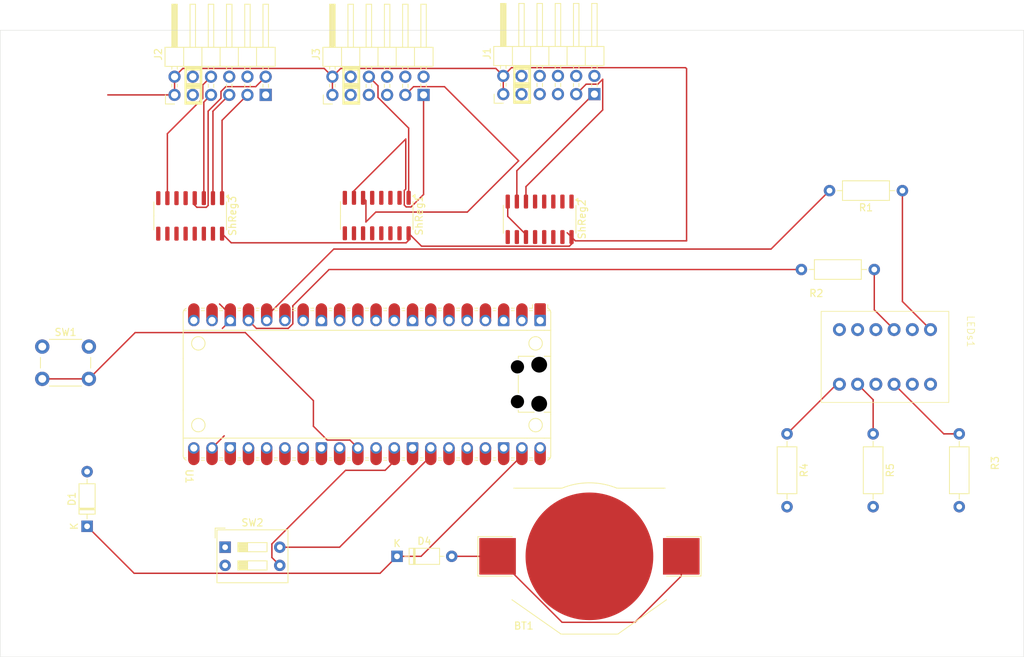
<source format=kicad_pcb>
(kicad_pcb (version 20240108) (generator "pcbnew") (generator_version "8.0")
  (title_block (title "CheLED matrix PCB") (date "2024-03-15") (rev "0"))
  (layers (0 "F.Cu" signal) (31 "B.Cu" signal) (34 "B.Paste" user) (35 "F.Paste" user) (36 "B.SilkS" user "B.Silkscreen") (37 "F.SilkS" user "F.Silkscreen") (38 "B.Mask" user) (39 "F.Mask" user) (44 "Edge.Cuts" user))
  (net 0 "")
  (net 1 "Net-(BT1-+)")
  (net 2 "GND")
  (net 3 "VCC")
  (net 4 "Net-(D1-K)")
  (net 5 "Net-(J1-IO3)")
  (net 6 "Net-(J1-IO8)")
  (net 7 "Net-(J1-IO2)")
  (net 8 "Net-(J1-IO1)")
  (net 9 "Net-(J1-IO6)")
  (net 10 "Net-(J1-IO7)")
  (net 11 "Net-(J1-IO5)")
  (net 12 "Net-(J1-IO4)")
  (net 13 "Net-(J2-IO6)")
  (net 14 "Net-(J2-IO3)")
  (net 15 "Net-(J2-IO4)")
  (net 16 "Net-(J2-IO5)")
  (net 17 "Net-(J2-IO1)")
  (net 18 "Net-(J2-IO7)")
  (net 19 "Net-(J2-IO8)")
  (net 20 "Net-(J2-IO2)")
  (net 21 "Net-(J3-IO4)")
  (net 22 "Net-(J3-IO7)")
  (net 23 "Net-(J3-IO2)")
  (net 24 "Net-(J3-IO6)")
  (net 25 "Net-(J3-IO3)")
  (net 26 "Net-(J3-IO5)")
  (net 27 "Net-(J3-IO8)")
  (net 28 "Net-(J3-IO1)")
  (net 29 "Net-(LEDs1-R1)")
  (net 30 "Net-(LEDs1-R4)")
  (net 31 "Net-(LEDs1-R7)")
  (net 32 "Net-(LEDs1-R2)")
  (net 33 "Net-(LEDs1-R3)")
  (net 34 "Net-(LEDs1-C2)")
  (net 35 "Net-(LEDs1-C3)")
  (net 36 "Net-(LEDs1-C4)")
  (net 37 "Net-(LEDs1-C1)")
  (net 38 "Net-(LEDs1-R5)")
  (net 39 "Net-(LEDs1-C5)")
  (net 40 "Net-(LEDs1-R6)")
  (net 41 "Net-(U1-GPIO12)")
  (net 42 "Net-(U1-GPIO13)")
  (net 43 "Net-(U1-GPIO14)")
  (net 44 "Net-(U1-GPIO15)")
  (net 45 "Net-(U1-GPIO16)")
  (net 46 "Net-(ShReg1-Clk)")
  (net 47 "Net-(ShReg1-P{slash}S)")
  (net 50 "Net-(ShReg1-Q8)")
  (net 51 "Net-(ShReg2-Q8)")
  (net 52 "Net-(ShReg2-Clk)")
  (net 54 "Net-(ShReg2-P{slash}S)")
  (net 56 "Net-(ShReg3-RCLK)")
  (net 58 "Net-(ShReg3-SRCLK)")
  (net 59 "Net-(ShReg3-SER)")
  (net 60 "Net-(U1-RUN)")
  (net 61 "Net-(U1-GPIO28_ADC2)")
  (net 62 "Net-(U1-GPIO27_ADC1)")
  (footprint "Battery:BatteryHolder_Keystone_3002_1x2032" (layer "F.Cu") (at 158.4625 104)
    (property "Reference" "BT1" (at -9.15 9.7 0) (layer "F.SilkS"))
    (property "Value" "3V")
    (pad "1" smd rect (at -12.8 0) (size 5.1 5.1) (layers "F.Cu" "F.Paste" "F.Mask") (net 1 "Net-(BT1-+)"))
    (pad "1" smd rect (at 12.8 0) (size 5.1 5.1) (layers "F.Cu" "F.Paste" "F.Mask") (net 1 "Net-(BT1-+)"))
    (pad "2" smd circle (at 0 0) (size 17.8 17.8) (layers "F.Cu" "F.Mask") (net 2 "GND"))
  )
  (footprint "Button_Switch_THT:SW_DIP_SPSTx02_Slide_9.78x7.26mm_W7.62mm_P2.54mm" (layer "F.Cu") (at 107.695 102.725)
    (property "Reference" "SW2" (at 3.81 -3.42 0) (layer "F.SilkS"))
    (property "Value" "SW_DIP_x02")
    (pad "1" thru_hole rect (at 0 0) (size 1.6 1.6) (drill 0.8) (layers "*.Cu" "*.Mask") (net 2 "GND"))
    (pad "2" thru_hole oval (at 0 2.54) (size 1.6 1.6) (drill 0.8) (layers "*.Cu" "*.Mask") (net 2 "GND"))
    (pad "3" thru_hole oval (at 7.62 2.54) (size 1.6 1.6) (drill 0.8) (layers "*.Cu" "*.Mask") (net 62 "Net-(U1-GPIO27_ADC1)"))
    (pad "4" thru_hole oval (at 7.62 0) (size 1.6 1.6) (drill 0.8) (layers "*.Cu" "*.Mask") (net 61 "Net-(U1-GPIO28_ADC2)"))
  )
  (footprint "TinyTapeout:PinHeader_2x06_P2.54mm_PMODPeriph2B" (layer "F.Cu") (at 122.65 39.65 90)
    (property "Reference" "J3" (at 5.655 -2.27 90) (layer "F.SilkS"))
    (property "Value" "TT-bidirectional")
    (pad "1" thru_hole rect (at 0 12.7 90) (size 1.7 1.7) (drill 1) (layers "*.Cu" "*.Mask") (net 28 "Net-(J3-IO1)"))
    (pad "2" thru_hole oval (at 0 10.16 90) (size 1.7 1.7) (drill 1) (layers "*.Cu" "*.Mask") (net 23 "Net-(J3-IO2)"))
    (pad "3" thru_hole oval (at 0 7.62 90) (size 1.7 1.7) (drill 1) (layers "*.Cu" "*.Mask") (net 25 "Net-(J3-IO3)"))
    (pad "4" thru_hole oval (at 0 5.08 90) (size 1.7 1.7) (drill 1) (layers "*.Cu" "*.Mask") (net 21 "Net-(J3-IO4)"))
    (pad "5" thru_hole oval (at 0 2.54 90) (size 1.7 1.7) (drill 1) (layers "*.Cu" "*.Mask") (net 2 "GND"))
    (pad "6" thru_hole circle (at 0 0 90) (size 1.7 1.7) (drill 1) (layers "*.Cu" "*.Mask") (net 3 "VCC"))
    (pad "7" thru_hole oval (at 2.54 12.7 90) (size 1.7 1.7) (drill 1) (layers "*.Cu" "*.Mask") (net 26 "Net-(J3-IO5)"))
    (pad "8" thru_hole oval (at 2.54 10.16 90) (size 1.7 1.7) (drill 1) (layers "*.Cu" "*.Mask") (net 24 "Net-(J3-IO6)"))
    (pad "9" thru_hole oval (at 2.54 7.62 90) (size 1.7 1.7) (drill 1) (layers "*.Cu" "*.Mask") (net 22 "Net-(J3-IO7)"))
    (pad "10" thru_hole oval (at 2.54 5.08 90) (size 1.7 1.7) (drill 1) (layers "*.Cu" "*.Mask") (net 27 "Net-(J3-IO8)"))
    (pad "11" thru_hole oval (at 2.54 2.54 90) (size 1.7 1.7) (drill 1) (layers "*.Cu" "*.Mask") (net 2 "GND"))
    (pad "12" thru_hole oval (at 2.54 0 90) (size 1.7 1.7) (drill 1) (layers "*.Cu" "*.Mask") (net 3 "VCC"))
  )
  (footprint "Diode_THT:D_DO-35_SOD27_P7.62mm_Horizontal" (layer "F.Cu") (at 131.6525 104)
    (property "Reference" "D4" (at 3.81 -2.12 0) (layer "F.SilkS"))
    (property "Value" "D_Schottky")
    (fp_text user "K" (at 0 -1.8 0) (layer "F.SilkS"))
    (pad "1" thru_hole rect (at 0 0) (size 1.6 1.6) (drill 0.8) (layers "*.Cu" "*.Mask") (net 4 "Net-(D1-K)"))
    (pad "2" thru_hole oval (at 7.62 0) (size 1.6 1.6) (drill 0.8) (layers "*.Cu" "*.Mask") (net 1 "Net-(BT1-+)"))
  )
  (footprint "Diode_THT:D_DO-35_SOD27_P7.62mm_Horizontal" (layer "F.Cu") (at 88.4625 99.81 90)
    (property "Reference" "D1" (at 3.81 -2.12 90) (layer "F.SilkS"))
    (property "Value" "D_Schottky")
    (fp_text user "K" (at 0 -1.8 90) (layer "F.SilkS"))
    (pad "1" thru_hole rect (at 0 0 90) (size 1.6 1.6) (drill 0.8) (layers "*.Cu" "*.Mask") (net 4 "Net-(D1-K)"))
    (pad "2" thru_hole oval (at 7.62 0 90) (size 1.6 1.6) (drill 0.8) (layers "*.Cu" "*.Mask") (net 3 "VCC"))
  )
  (footprint "TinyTapeout:PinHeader_2x06_P2.54mm_PMODPeriph2B" (layer "F.Cu") (at 100.65 39.65 90)
    (property "Reference" "J2" (at 5.655 -2.27 90) (layer "F.SilkS"))
    (property "Value" "TT-input")
    (pad "1" thru_hole rect (at 0 12.7 90) (size 1.7 1.7) (drill 1) (layers "*.Cu" "*.Mask") (net 17 "Net-(J2-IO1)"))
    (pad "2" thru_hole oval (at 0 10.16 90) (size 1.7 1.7) (drill 1) (layers "*.Cu" "*.Mask") (net 20 "Net-(J2-IO2)"))
    (pad "3" thru_hole oval (at 0 7.62 90) (size 1.7 1.7) (drill 1) (layers "*.Cu" "*.Mask") (net 14 "Net-(J2-IO3)"))
    (pad "4" thru_hole oval (at 0 5.08 90) (size 1.7 1.7) (drill 1) (layers "*.Cu" "*.Mask") (net 15 "Net-(J2-IO4)"))
    (pad "5" thru_hole oval (at 0 2.54 90) (size 1.7 1.7) (drill 1) (layers "*.Cu" "*.Mask") (net 2 "GND"))
    (pad "6" thru_hole circle (at 0 0 90) (size 1.7 1.7) (drill 1) (layers "*.Cu" "*.Mask") (net 3 "VCC"))
    (pad "7" thru_hole oval (at 2.54 12.7 90) (size 1.7 1.7) (drill 1) (layers "*.Cu" "*.Mask") (net 16 "Net-(J2-IO5)"))
    (pad "8" thru_hole oval (at 2.54 10.16 90) (size 1.7 1.7) (drill 1) (layers "*.Cu" "*.Mask") (net 13 "Net-(J2-IO6)"))
    (pad "9" thru_hole oval (at 2.54 7.62 90) (size 1.7 1.7) (drill 1) (layers "*.Cu" "*.Mask") (net 18 "Net-(J2-IO7)"))
    (pad "10" thru_hole oval (at 2.54 5.08 90) (size 1.7 1.7) (drill 1) (layers "*.Cu" "*.Mask") (net 19 "Net-(J2-IO8)"))
    (pad "11" thru_hole oval (at 2.54 2.54 90) (size 1.7 1.7) (drill 1) (layers "*.Cu" "*.Mask") (net 2 "GND"))
    (pad "12" thru_hole oval (at 2.54 0 90) (size 1.7 1.7) (drill 1) (layers "*.Cu" "*.Mask") (net 3 "VCC"))
  )
  (footprint "TinyTapeout:PinHeader_2x06_P2.54mm_PMODPeriph2B" (layer "F.Cu") (at 146.46 39.54 90)
    (property "Reference" "J1" (at 5.655 -2.27 90) (layer "F.SilkS"))
    (property "Value" "TT-output")
    (pad "1" thru_hole rect (at 0 12.7 90) (size 1.7 1.7) (drill 1) (layers "*.Cu" "*.Mask") (net 8 "Net-(J1-IO1)"))
    (pad "2" thru_hole oval (at 0 10.16 90) (size 1.7 1.7) (drill 1) (layers "*.Cu" "*.Mask") (net 7 "Net-(J1-IO2)"))
    (pad "3" thru_hole oval (at 0 7.62 90) (size 1.7 1.7) (drill 1) (layers "*.Cu" "*.Mask") (net 5 "Net-(J1-IO3)"))
    (pad "4" thru_hole oval (at 0 5.08 90) (size 1.7 1.7) (drill 1) (layers "*.Cu" "*.Mask") (net 12 "Net-(J1-IO4)"))
    (pad "5" thru_hole oval (at 0 2.54 90) (size 1.7 1.7) (drill 1) (layers "*.Cu" "*.Mask") (net 2 "GND"))
    (pad "6" thru_hole circle (at 0 0 90) (size 1.7 1.7) (drill 1) (layers "*.Cu" "*.Mask") (net 3 "VCC"))
    (pad "7" thru_hole oval (at 2.54 12.7 90) (size 1.7 1.7) (drill 1) (layers "*.Cu" "*.Mask") (net 11 "Net-(J1-IO5)"))
    (pad "8" thru_hole oval (at 2.54 10.16 90) (size 1.7 1.7) (drill 1) (layers "*.Cu" "*.Mask") (net 9 "Net-(J1-IO6)"))
    (pad "9" thru_hole oval (at 2.54 7.62 90) (size 1.7 1.7) (drill 1) (layers "*.Cu" "*.Mask") (net 10 "Net-(J1-IO7)"))
    (pad "10" thru_hole oval (at 2.54 5.08 90) (size 1.7 1.7) (drill 1) (layers "*.Cu" "*.Mask") (net 6 "Net-(J1-IO8)"))
    (pad "11" thru_hole oval (at 2.54 2.54 90) (size 1.7 1.7) (drill 1) (layers "*.Cu" "*.Mask") (net 2 "GND"))
    (pad "12" thru_hole oval (at 2.54 0 90) (size 1.7 1.7) (drill 1) (layers "*.Cu" "*.Mask") (net 3 "VCC"))
  )
  (footprint "Package_SO:SOIC-16_3.9x9.9mm_P1.27mm" (layer "F.Cu") (at 151.525 57 -90)
    (property "Reference" "ShReg2" (at 0 -5.9 90) (layer "F.SilkS"))
    (property "Value" "MC14014B")
    (pad "1" smd roundrect (at -2.475 -4.445 270) (size 1.95 0.6) (layers "F.Cu" "F.Paste" "F.Mask") (net 6 "Net-(J1-IO8)"))
    (pad "2" smd roundrect (at -2.475 -3.175 270) (size 1.95 0.6) (layers "F.Cu" "F.Paste" "F.Mask"))
    (pad "3" smd roundrect (at -2.475 -1.905 270) (size 1.95 0.6) (layers "F.Cu" "F.Paste" "F.Mask") (net 51 "Net-(ShReg2-Q8)"))
    (pad "4" smd roundrect (at -2.475 -0.635 270) (size 1.95 0.6) (layers "F.Cu" "F.Paste" "F.Mask") (net 12 "Net-(J1-IO4)"))
    (pad "5" smd roundrect (at -2.475 0.635 270) (size 1.95 0.6) (layers "F.Cu" "F.Paste" "F.Mask") (net 5 "Net-(J1-IO3)"))
    (pad "6" smd roundrect (at -2.475 1.905 270) (size 1.95 0.6) (layers "F.Cu" "F.Paste" "F.Mask") (net 7 "Net-(J1-IO2)"))
    (pad "7" smd roundrect (at -2.475 3.175 270) (size 1.95 0.6) (layers "F.Cu" "F.Paste" "F.Mask") (net 8 "Net-(J1-IO1)"))
    (pad "8" smd roundrect (at -2.475 4.445 270) (size 1.95 0.6) (layers "F.Cu" "F.Paste" "F.Mask") (net 2 "GND"))
    (pad "9" smd roundrect (at 2.475 4.445 270) (size 1.95 0.6) (layers "F.Cu" "F.Paste" "F.Mask") (net 54 "Net-(ShReg2-P{slash}S)"))
    (pad "10" smd roundrect (at 2.475 3.175 270) (size 1.95 0.6) (layers "F.Cu" "F.Paste" "F.Mask") (net 52 "Net-(ShReg2-Clk)"))
    (pad "11" smd roundrect (at 2.475 1.905 270) (size 1.95 0.6) (layers "F.Cu" "F.Paste" "F.Mask") (net 2 "GND"))
    (pad "12" smd roundrect (at 2.475 0.635 270) (size 1.95 0.6) (layers "F.Cu" "F.Paste" "F.Mask"))
    (pad "13" smd roundrect (at 2.475 -0.635 270) (size 1.95 0.6) (layers "F.Cu" "F.Paste" "F.Mask") (net 11 "Net-(J1-IO5)"))
    (pad "14" smd roundrect (at 2.475 -1.905 270) (size 1.95 0.6) (layers "F.Cu" "F.Paste" "F.Mask") (net 9 "Net-(J1-IO6)"))
    (pad "15" smd roundrect (at 2.475 -3.175 270) (size 1.95 0.6) (layers "F.Cu" "F.Paste" "F.Mask") (net 10 "Net-(J1-IO7)"))
    (pad "16" smd roundrect (at 2.475 -4.445 270) (size 1.95 0.6) (layers "F.Cu" "F.Paste" "F.Mask") (net 3 "VCC"))
  )
  (footprint "Resistor_THT:R_Axial_DIN0207_L6.3mm_D2.5mm_P10.16mm_Horizontal" (layer "F.Cu") (at 198 86.92 -90)
    (property "Reference" "R5" (at 5.08 -2.37 90) (layer "F.SilkS"))
    (property "Value" "200 Ohm")
    (pad "1" thru_hole circle (at 0 0 270) (size 1.6 1.6) (drill 0.8) (layers "*.Cu" "*.Mask") (net 39 "Net-(LEDs1-C5)"))
    (pad "2" thru_hole oval (at 10.16 0 270) (size 1.6 1.6) (drill 0.8) (layers "*.Cu" "*.Mask") (net 45 "Net-(U1-GPIO16)"))
  )
  (footprint "Package_SO:SOIC-16_3.9x9.9mm_P1.27mm" (layer "F.Cu") (at 128.825 56.475 -90)
    (property "Reference" "ShReg1" (at 0 -5.9 90) (layer "F.SilkS"))
    (property "Value" "MC14014B")
    (pad "1" smd roundrect (at -2.475 -4.445 270) (size 1.95 0.6) (layers "F.Cu" "F.Paste" "F.Mask") (net 27 "Net-(J3-IO8)"))
    (pad "2" smd roundrect (at -2.475 -3.175 270) (size 1.95 0.6) (layers "F.Cu" "F.Paste" "F.Mask"))
    (pad "3" smd roundrect (at -2.475 -1.905 270) (size 1.95 0.6) (layers "F.Cu" "F.Paste" "F.Mask") (net 50 "Net-(ShReg1-Q8)"))
    (pad "4" smd roundrect (at -2.475 -0.635 270) (size 1.95 0.6) (layers "F.Cu" "F.Paste" "F.Mask") (net 21 "Net-(J3-IO4)"))
    (pad "5" smd roundrect (at -2.475 0.635 270) (size 1.95 0.6) (layers "F.Cu" "F.Paste" "F.Mask") (net 25 "Net-(J3-IO3)"))
    (pad "6" smd roundrect (at -2.475 1.905 270) (size 1.95 0.6) (layers "F.Cu" "F.Paste" "F.Mask") (net 23 "Net-(J3-IO2)"))
    (pad "7" smd roundrect (at -2.475 3.175 270) (size 1.95 0.6) (layers "F.Cu" "F.Paste" "F.Mask") (net 28 "Net-(J3-IO1)"))
    (pad "8" smd roundrect (at -2.475 4.445 270) (size 1.95 0.6) (layers "F.Cu" "F.Paste" "F.Mask") (net 2 "GND"))
    (pad "9" smd roundrect (at 2.475 4.445 270) (size 1.95 0.6) (layers "F.Cu" "F.Paste" "F.Mask") (net 47 "Net-(ShReg1-P{slash}S)"))
    (pad "10" smd roundrect (at 2.475 3.175 270) (size 1.95 0.6) (layers "F.Cu" "F.Paste" "F.Mask") (net 46 "Net-(ShReg1-Clk)"))
    (pad "11" smd roundrect (at 2.475 1.905 270) (size 1.95 0.6) (layers "F.Cu" "F.Paste" "F.Mask") (net 2 "GND"))
    (pad "12" smd roundrect (at 2.475 0.635 270) (size 1.95 0.6) (layers "F.Cu" "F.Paste" "F.Mask"))
    (pad "13" smd roundrect (at 2.475 -0.635 270) (size 1.95 0.6) (layers "F.Cu" "F.Paste" "F.Mask") (net 26 "Net-(J3-IO5)"))
    (pad "14" smd roundrect (at 2.475 -1.905 270) (size 1.95 0.6) (layers "F.Cu" "F.Paste" "F.Mask") (net 24 "Net-(J3-IO6)"))
    (pad "15" smd roundrect (at 2.475 -3.175 270) (size 1.95 0.6) (layers "F.Cu" "F.Paste" "F.Mask") (net 22 "Net-(J3-IO7)"))
    (pad "16" smd roundrect (at 2.475 -4.445 270) (size 1.95 0.6) (layers "F.Cu" "F.Paste" "F.Mask") (net 3 "VCC"))
  )
  (footprint "custom_components_led_pcb:LED_dot_matrix_TA07-11SEKWA" (layer "F.Cu") (at 206 72.38 -90)
    (property "Reference" "LEDs1" (at 0.254 -5.588 -90) (layer "F.SilkS") (effects (font (thickness 0.1))))
    (property "Value" " LED dot matrix 12 pin")
    (pad "1" thru_hole circle (at 0 0 270) (size 1.8 1.8) (drill 1) (layers "*.Cu" "*.Mask") (net 37 "Net-(LEDs1-C1)"))
    (pad "2" thru_hole circle (at 0 2.54 270) (size 1.8 1.8) (drill 1) (layers "*.Cu" "*.Mask") (net 33 "Net-(LEDs1-R3)"))
    (pad "3" thru_hole circle (at 0 5.08 270) (size 1.8 1.8) (drill 1) (layers "*.Cu" "*.Mask") (net 34 "Net-(LEDs1-C2)"))
    (pad "4" thru_hole circle (at 0 7.62 270) (size 1.8 1.8) (drill 1) (layers "*.Cu" "*.Mask") (net 38 "Net-(LEDs1-R5)"))
    (pad "5" thru_hole circle (at 0 10.16 270) (size 1.8 1.8) (drill 1) (layers "*.Cu" "*.Mask") (net 40 "Net-(LEDs1-R6)"))
    (pad "6" thru_hole circle (at 0 12.7 270) (size 1.8 1.8) (drill 1) (layers "*.Cu" "*.Mask") (net 31 "Net-(LEDs1-R7)"))
    (pad "7" thru_hole circle (at 7.62 12.7 270) (size 1.8 1.8) (drill 1) (layers "*.Cu" "*.Mask") (net 36 "Net-(LEDs1-C4)"))
    (pad "8" thru_hole circle (at 7.62 10.16 270) (size 1.8 1.8) (drill 1) (layers "*.Cu" "*.Mask") (net 39 "Net-(LEDs1-C5)"))
    (pad "9" thru_hole circle (at 7.62 7.62 270) (size 1.8 1.8) (drill 1) (layers "*.Cu" "*.Mask") (net 30 "Net-(LEDs1-R4)"))
    (pad "10" thru_hole circle (at 7.62 5.08 270) (size 1.8 1.8) (drill 1) (layers "*.Cu" "*.Mask") (net 35 "Net-(LEDs1-C3)"))
    (pad "11" thru_hole circle (at 7.62 2.54 270) (size 1.8 1.8) (drill 1) (layers "*.Cu" "*.Mask") (net 32 "Net-(LEDs1-R2)"))
    (pad "12" thru_hole circle (at 7.62 0 270) (size 1.8 1.8) (drill 1) (layers "*.Cu" "*.Mask") (net 29 "Net-(LEDs1-R1)"))
  )
  (footprint "Package_SO:SOIC-16_3.9x9.9mm_P1.27mm" (layer "F.Cu") (at 102.825 56.525 -90)
    (property "Reference" "ShReg3" (at 0 -5.9 90) (layer "F.SilkS"))
    (property "Value" "74HC595")
    (pad "1" smd roundrect (at -2.475 -4.445 270) (size 1.95 0.6) (layers "F.Cu" "F.Paste" "F.Mask") (net 20 "Net-(J2-IO2)"))
    (pad "2" smd roundrect (at -2.475 -3.175 270) (size 1.95 0.6) (layers "F.Cu" "F.Paste" "F.Mask") (net 14 "Net-(J2-IO3)"))
    (pad "3" smd roundrect (at -2.475 -1.905 270) (size 1.95 0.6) (layers "F.Cu" "F.Paste" "F.Mask") (net 15 "Net-(J2-IO4)"))
    (pad "4" smd roundrect (at -2.475 -0.635 270) (size 1.95 0.6) (layers "F.Cu" "F.Paste" "F.Mask") (net 16 "Net-(J2-IO5)"))
    (pad "5" smd roundrect (at -2.475 0.635 270) (size 1.95 0.6) (layers "F.Cu" "F.Paste" "F.Mask") (net 13 "Net-(J2-IO6)"))
    (pad "6" smd roundrect (at -2.475 1.905 270) (size 1.95 0.6) (layers "F.Cu" "F.Paste" "F.Mask") (net 18 "Net-(J2-IO7)"))
    (pad "7" smd roundrect (at -2.475 3.175 270) (size 1.95 0.6) (layers "F.Cu" "F.Paste" "F.Mask") (net 19 "Net-(J2-IO8)"))
    (pad "8" smd roundrect (at -2.475 4.445 270) (size 1.95 0.6) (layers "F.Cu" "F.Paste" "F.Mask") (net 2 "GND"))
    (pad "9" smd roundrect (at 2.475 4.445 270) (size 1.95 0.6) (layers "F.Cu" "F.Paste" "F.Mask"))
    (pad "10" smd roundrect (at 2.475 3.175 270) (size 1.95 0.6) (layers "F.Cu" "F.Paste" "F.Mask") (net 2 "GND"))
    (pad "11" smd roundrect (at 2.475 1.905 270) (size 1.95 0.6) (layers "F.Cu" "F.Paste" "F.Mask") (net 58 "Net-(ShReg3-SRCLK)"))
    (pad "12" smd roundrect (at 2.475 0.635 270) (size 1.95 0.6) (layers "F.Cu" "F.Paste" "F.Mask") (net 56 "Net-(ShReg3-RCLK)"))
    (pad "13" smd roundrect (at 2.475 -0.635 270) (size 1.95 0.6) (layers "F.Cu" "F.Paste" "F.Mask") (net 2 "GND"))
    (pad "14" smd roundrect (at 2.475 -1.905 270) (size 1.95 0.6) (layers "F.Cu" "F.Paste" "F.Mask") (net 59 "Net-(ShReg3-SER)"))
    (pad "15" smd roundrect (at 2.475 -3.175 270) (size 1.95 0.6) (layers "F.Cu" "F.Paste" "F.Mask") (net 17 "Net-(J2-IO1)"))
    (pad "16" smd roundrect (at 2.475 -4.445 270) (size 1.95 0.6) (layers "F.Cu" "F.Paste" "F.Mask") (net 3 "VCC"))
  )
  (footprint "Resistor_THT:R_Axial_DIN0207_L6.3mm_D2.5mm_P10.16mm_Horizontal" (layer "F.Cu") (at 198.16 64 180)
    (property "Reference" "R2" (at 8.08 -3.32 0) (layer "F.SilkS"))
    (property "Value" "200 Ohm")
    (pad "1" thru_hole circle (at 0 0 180) (size 1.6 1.6) (drill 0.8) (layers "*.Cu" "*.Mask") (net 34 "Net-(LEDs1-C2)"))
    (pad "2" thru_hole oval (at 10.16 0 180) (size 1.6 1.6) (drill 0.8) (layers "*.Cu" "*.Mask") (net 42 "Net-(U1-GPIO13)"))
  )
  (footprint "Resistor_THT:R_Axial_DIN0207_L6.3mm_D2.5mm_P10.16mm_Horizontal" (layer "F.Cu") (at 210 86.92 -90)
    (property "Reference" "R3" (at 4.08 -5 90) (layer "F.SilkS"))
    (property "Value" "200 Ohm")
    (pad "1" thru_hole circle (at 0 0 270) (size 1.6 1.6) (drill 0.8) (layers "*.Cu" "*.Mask") (net 35 "Net-(LEDs1-C3)"))
    (pad "2" thru_hole oval (at 10.16 0 270) (size 1.6 1.6) (drill 0.8) (layers "*.Cu" "*.Mask") (net 43 "Net-(U1-GPIO14)"))
  )
  (footprint "Resistor_THT:R_Axial_DIN0207_L6.3mm_D2.5mm_P10.16mm_Horizontal" (layer "F.Cu") (at 186 86.92 -90)
    (property "Reference" "R4" (at 5.08 -2.37 90) (layer "F.SilkS"))
    (property "Value" "200 Ohm")
    (pad "1" thru_hole circle (at 0 0 270) (size 1.6 1.6) (drill 0.8) (layers "*.Cu" "*.Mask") (net 36 "Net-(LEDs1-C4)"))
    (pad "2" thru_hole oval (at 10.16 0 270) (size 1.6 1.6) (drill 0.8) (layers "*.Cu" "*.Mask") (net 44 "Net-(U1-GPIO15)"))
  )
  (footprint "Button_Switch_THT:SW_PUSH_6mm" (layer "F.Cu") (at 82.2125 74.75)
    (property "Reference" "SW1" (at 3.25 -2 0) (layer "F.SilkS"))
    (property "Value" "Reset button")
    (pad "1" thru_hole circle (at 0 0 90) (size 2 2) (drill 1.1) (layers "*.Cu" "*.Mask") (net 2 "GND"))
    (pad "1" thru_hole circle (at 6.5 0 90) (size 2 2) (drill 1.1) (layers "*.Cu" "*.Mask") (net 2 "GND"))
    (pad "2" thru_hole circle (at 0 4.5 90) (size 2 2) (drill 1.1) (layers "*.Cu" "*.Mask") (net 60 "Net-(U1-RUN)"))
    (pad "2" thru_hole circle (at 6.5 4.5 90) (size 2 2) (drill 1.1) (layers "*.Cu" "*.Mask") (net 60 "Net-(U1-RUN)"))
  )
  (footprint "Module_RaspberryPi_Pico:RaspberryPi_Pico_Common" (layer "F.Cu") (at 127.4625 80 -90)
    (property "Reference" "U1" (at 11.7475 24.765 -90) (layer "F.SilkS") (effects (justify left)))
    (property "Value" "RaspberryPi_Pico")
    (pad "" np_thru_hole circle (at -2.725 -24 270) (size 2.2 2.2) (drill 2.2) (layers "*.Mask"))
    (pad "" np_thru_hole circle (at -2.425 -20.97 270) (size 1.85 1.85) (drill 1.85) (layers "*.Mask"))
    (pad "" np_thru_hole circle (at 2.425 -20.97 270) (size 1.85 1.85) (drill 1.85) (layers "*.Mask"))
    (pad "" np_thru_hole circle (at 2.725 -24 270) (size 2.2 2.2) (drill 2.2) (layers "*.Mask"))
    (pad "1" thru_hole roundrect (at -8.89 -24.13 270) (size 1.6 1.6) (drill 1) (layers "*.Mask" "F.Cu" "In1.Cu" "B.Cu") (roundrect_rratio 0.125) (net 56 "Net-(ShReg3-RCLK)"))
    (pad "1" smd custom (at -8.89 -24.13 270) (size 1.6 1.6) (layers "F.Cu" "F.Mask") (net 56 "Net-(ShReg3-RCLK)") (options (clearance outline) (anchor circle)) (primitives (gr_poly (pts (xy -2.4 0.6) (xy -2.4 -0.6) (xy -2.2 -0.8) (xy 0 -0.8) (xy 0 0.8) (xy -2.2 0.8)) (width 0) (fill yes)) (gr_circle (center -2.2 0.6) (end -2 0.6) (width 0) (fill yes)) (gr_circle (center -2.2 -0.6) (end -2 -0.6) (width 0) (fill yes))))
    (pad "2" thru_hole circle (at -8.89 -21.59 270) (size 1.6 1.6) (drill 1) (layers "*.Mask" "F.Cu" "In1.Cu" "B.Cu") (net 58 "Net-(ShReg3-SRCLK)"))
    (pad "2" smd roundrect (at -8.89 -21.59 270) (size 3.2 1.6) (drill (offset -0.8 0)) (layers "F.Cu" "F.Mask") (roundrect_rratio 0.5) (net 58 "Net-(ShReg3-SRCLK)"))
    (pad "3" thru_hole custom (at -8.89 -19.05 270) (size 1.6 1.6) (drill 1) (layers "*.Mask" "F.Cu" "In1.Cu" "B.Cu") (net 2 "GND") (options (clearance outline) (anchor circle)) (primitives (gr_poly (pts (xy 0.8 0.6) (xy 0.8 -0.6) (xy 0.6 -0.8) (xy 0 -0.8) (xy 0 0.8) (xy 0.6 0.8)) (width 0) (fill yes)) (gr_circle (center 0.6 0.6) (end 0.8 0.6) (width 0) (fill yes)) (gr_circle (center 0.6 -0.6) (end 0.8 -0.6) (width 0) (fill yes))))
    (pad "3" smd custom (at -8.89 -19.05 270) (size 1.6 1.6) (layers "F.Cu" "F.Mask") (net 2 "GND") (options (clearance outline) (anchor circle)) (primitives (gr_poly (pts (xy 0.8 -0.6) (xy 0.8 0.6) (xy 0.6 0.8) (xy -1.6 0.8) (xy -1.6 -0.8) (xy 0.6 -0.8)) (width 0) (fill yes)) (gr_circle (center 0.6 0.6) (end 0.8 0.6) (width 0) (fill yes)) (gr_circle (center 0.6 -0.6) (end 0.8 -0.6) (width 0) (fill yes)) (gr_circle (center -1.6 0) (end -0.8 0) (width 0) (fill yes))))
    (pad "4" thru_hole circle (at -8.89 -16.51 270) (size 1.6 1.6) (drill 1) (layers "*.Mask" "F.Cu" "In1.Cu" "B.Cu") (net 59 "Net-(ShReg3-SER)"))
    (pad "4" smd roundrect (at -8.89 -16.51 270) (size 3.2 1.6) (drill (offset -0.8 0)) (layers "F.Cu" "F.Mask") (roundrect_rratio 0.5) (net 59 "Net-(ShReg3-SER)"))
    (pad "5" thru_hole circle (at -8.89 -13.97 270) (size 1.6 1.6) (drill 1) (layers "*.Mask" "F.Cu" "In1.Cu" "B.Cu") (net 51 "Net-(ShReg2-Q8)"))
    (pad "5" smd roundrect (at -8.89 -13.97 270) (size 3.2 1.6) (drill (offset -0.8 0)) (layers "F.Cu" "F.Mask") (roundrect_rratio 0.5) (net 51 "Net-(ShReg2-Q8)"))
    (pad "6" thru_hole circle (at -8.89 -11.43 270) (size 1.6 1.6) (drill 1) (layers "*.Mask" "F.Cu" "In1.Cu" "B.Cu") (net 52 "Net-(ShReg2-Clk)"))
    (pad "6" smd roundrect (at -8.89 -11.43 270) (size 3.2 1.6) (drill (offset -0.8 0)) (layers "F.Cu" "F.Mask") (roundrect_rratio 0.5) (net 52 "Net-(ShReg2-Clk)"))
    (pad "7" thru_hole circle (at -8.89 -8.89 270) (size 1.6 1.6) (drill 1) (layers "*.Mask" "F.Cu" "In1.Cu" "B.Cu") (net 54 "Net-(ShReg2-P{slash}S)"))
    (pad "7" smd roundrect (at -8.89 -8.89 270) (size 3.2 1.6) (drill (offset -0.8 0)) (layers "F.Cu" "F.Mask") (roundrect_rratio 0.5) (net 54 "Net-(ShReg2-P{slash}S)"))
    (pad "8" thru_hole custom (at -8.89 -6.35 270) (size 1.6 1.6) (drill 1) (layers "*.Mask" "F.Cu" "In1.Cu" "B.Cu") (net 2 "GND") (options (clearance outline) (anchor circle)) (primitives (gr_poly (pts (xy 0.8 0.6) (xy 0.8 -0.6) (xy 0.6 -0.8) (xy 0 -0.8) (xy 0 0.8) (xy 0.6 0.8)) (width 0) (fill yes)) (gr_circle (center 0.6 0.6) (end 0.8 0.6) (width 0) (fill yes)) (gr_circle (center 0.6 -0.6) (end 0.8 -0.6) (width 0) (fill yes))))
    (pad "8" smd custom (at -8.89 -6.35 270) (size 1.6 1.6) (layers "F.Cu" "F.Mask") (net 2 "GND") (options (clearance outline) (anchor circle)) (primitives (gr_poly (pts (xy 0.8 -0.6) (xy 0.8 0.6) (xy 0.6 0.8) (xy -1.6 0.8) (xy -1.6 -0.8) (xy 0.6 -0.8)) (width 0) (fill yes)) (gr_circle (center 0.6 0.6) (end 0.8 0.6) (width 0) (fill yes)) (gr_circle (center 0.6 -0.6) (end 0.8 -0.6) (width 0) (fill yes)) (gr_circle (center -1.6 0) (end -0.8 0) (width 0) (fill yes))))
    (pad "9" thru_hole circle (at -8.89 -3.81 270) (size 1.6 1.6) (drill 1) (layers "*.Mask" "F.Cu" "In1.Cu" "B.Cu") (net 50 "Net-(ShReg1-Q8)"))
    (pad "9" smd roundrect (at -8.89 -3.81 270) (size 3.2 1.6) (drill (offset -0.8 0)) (layers "F.Cu" "F.Mask") (roundrect_rratio 0.5) (net 50 "Net-(ShReg1-Q8)"))
    (pad "10" thru_hole circle (at -8.89 -1.27 270) (size 1.6 1.6) (drill 1) (layers "*.Mask" "F.Cu" "In1.Cu" "B.Cu") (net 46 "Net-(ShReg1-Clk)"))
    (pad "10" smd roundrect (at -8.89 -1.27 270) (size 3.2 1.6) (drill (offset -0.8 0)) (layers "F.Cu" "F.Mask") (roundrect_rratio 0.5) (net 46 "Net-(ShReg1-Clk)"))
    (pad "11" thru_hole circle (at -8.89 1.27 270) (size 1.6 1.6) (drill 1) (layers "*.Mask" "F.Cu" "In1.Cu" "B.Cu") (net 47 "Net-(ShReg1-P{slash}S)"))
    (pad "11" smd roundrect (at -8.89 1.27 270) (size 3.2 1.6) (drill (offset -0.8 0)) (layers "F.Cu" "F.Mask") (roundrect_rratio 0.5) (net 47 "Net-(ShReg1-P{slash}S)"))
    (pad "12" thru_hole circle (at -8.89 3.81 270) (size 1.6 1.6) (drill 1) (layers "*.Mask" "F.Cu" "In1.Cu" "B.Cu"))
    (pad "12" smd roundrect (at -8.89 3.81 270) (size 3.2 1.6) (drill (offset -0.8 0)) (layers "F.Cu" "F.Mask") (roundrect_rratio 0.5))
    (pad "13" thru_hole custom (at -8.89 6.35 270) (size 1.6 1.6) (drill 1) (layers "*.Mask" "F.Cu" "In1.Cu" "B.Cu") (net 2 "GND") (options (clearance outline) (anchor circle)) (primitives (gr_poly (pts (xy 0.8 0.6) (xy 0.8 -0.6) (xy 0.6 -0.8) (xy 0 -0.8) (xy 0 0.8) (xy 0.6 0.8)) (width 0) (fill yes)) (gr_circle (center 0.6 0.6) (end 0.8 0.6) (width 0) (fill yes)) (gr_circle (center 0.6 -0.6) (end 0.8 -0.6) (width 0) (fill yes))))
    (pad "13" smd custom (at -8.89 6.35 270) (size 1.6 1.6) (layers "F.Cu" "F.Mask") (net 2 "GND") (options (clearance outline) (anchor circle)) (primitives (gr_poly (pts (xy 0.8 -0.6) (xy 0.8 0.6) (xy 0.6 0.8) (xy -1.6 0.8) (xy -1.6 -0.8) (xy 0.6 -0.8)) (width 0) (fill yes)) (gr_circle (center 0.6 0.6) (end 0.8 0.6) (width 0) (fill yes)) (gr_circle (center 0.6 -0.6) (end 0.8 -0.6) (width 0) (fill yes)) (gr_circle (center -1.6 0) (end -0.8 0) (width 0) (fill yes))))
    (pad "14" thru_hole circle (at -8.89 8.89 270) (size 1.6 1.6) (drill 1) (layers "*.Mask" "F.Cu" "In1.Cu" "B.Cu"))
    (pad "14" smd roundrect (at -8.89 8.89 270) (size 3.2 1.6) (drill (offset -0.8 0)) (layers "F.Cu" "F.Mask") (roundrect_rratio 0.5))
    (pad "15" thru_hole circle (at -8.89 11.43 270) (size 1.6 1.6) (drill 1) (layers "*.Mask" "F.Cu" "In1.Cu" "B.Cu"))
    (pad "15" smd roundrect (at -8.89 11.43 270) (size 3.2 1.6) (drill (offset -0.8 0)) (layers "F.Cu" "F.Mask") (roundrect_rratio 0.5))
    (pad "16" thru_hole circle (at -8.89 13.97 270) (size 1.6 1.6) (drill 1) (layers "*.Mask" "F.Cu" "In1.Cu" "B.Cu") (net 41 "Net-(U1-GPIO12)"))
    (pad "16" smd roundrect (at -8.89 13.97 270) (size 3.2 1.6) (drill (offset -0.8 0)) (layers "F.Cu" "F.Mask") (roundrect_rratio 0.5) (net 41 "Net-(U1-GPIO12)"))
    (pad "17" thru_hole circle (at -8.89 16.51 270) (size 1.6 1.6) (drill 1) (layers "*.Mask" "F.Cu" "In1.Cu" "B.Cu") (net 42 "Net-(U1-GPIO13)"))
    (pad "17" smd roundrect (at -8.89 16.51 270) (size 3.2 1.6) (drill (offset -0.8 0)) (layers "F.Cu" "F.Mask") (roundrect_rratio 0.5) (net 42 "Net-(U1-GPIO13)"))
    (pad "18" thru_hole custom (at -8.89 19.05 270) (size 1.6 1.6) (drill 1) (layers "*.Mask" "F.Cu" "In1.Cu" "B.Cu") (net 2 "GND") (options (clearance outline) (anchor circle)) (primitives (gr_poly (pts (xy 0.8 0.6) (xy 0.8 -0.6) (xy 0.6 -0.8) (xy 0 -0.8) (xy 0 0.8) (xy 0.6 0.8)) (width 0) (fill yes)) (gr_circle (center 0.6 0.6) (end 0.8 0.6) (width 0) (fill yes)) (gr_circle (center 0.6 -0.6) (end 0.8 -0.6) (width 0) (fill yes))))
    (pad "18" smd custom (at -8.89 19.05 270) (size 1.6 1.6) (layers "F.Cu" "F.Mask") (net 2 "GND") (options (clearance outline) (anchor circle)) (primitives (gr_poly (pts (xy 0.8 -0.6) (xy 0.8 0.6) (xy 0.6 0.8) (xy -1.6 0.8) (xy -1.6 -0.8) (xy 0.6 -0.8)) (width 0) (fill yes)) (gr_circle (center 0.6 0.6) (end 0.8 0.6) (width 0) (fill yes)) (gr_circle (center 0.6 -0.6) (end 0.8 -0.6) (width 0) (fill yes)) (gr_circle (center -1.6 0) (end -0.8 0) (width 0) (fill yes))))
    (pad "19" thru_hole circle (at -8.89 21.59 270) (size 1.6 1.6) (drill 1) (layers "*.Mask" "F.Cu" "In1.Cu" "B.Cu") (net 43 "Net-(U1-GPIO14)"))
    (pad "19" smd roundrect (at -8.89 21.59 270) (size 3.2 1.6) (drill (offset -0.8 0)) (layers "F.Cu" "F.Mask") (roundrect_rratio 0.5) (net 43 "Net-(U1-GPIO14)"))
    (pad "20" thru_hole circle (at -8.89 24.13 270) (size 1.6 1.6) (drill 1) (layers "*.Mask" "F.Cu" "In1.Cu" "B.Cu") (net 44 "Net-(U1-GPIO15)"))
    (pad "20" smd roundrect (at -8.89 24.13 270) (size 3.2 1.6) (drill (offset -0.8 0)) (layers "F.Cu" "F.Mask") (roundrect_rratio 0.5) (net 44 "Net-(U1-GPIO15)"))
    (pad "21" thru_hole circle (at 8.89 24.13 270) (size 1.6 1.6) (drill 1) (layers "*.Mask" "F.Cu" "In1.Cu" "B.Cu") (net 45 "Net-(U1-GPIO16)"))
    (pad "21" smd roundrect (at 8.89 24.13 270) (size 3.2 1.6) (drill (offset 0.8 0)) (layers "F.Cu" "F.Mask") (roundrect_rratio 0.5) (net 45 "Net-(U1-GPIO16)"))
    (pad "22" thru_hole circle (at 8.89 21.59 270) (size 1.6 1.6) (drill 1) (layers "*.Mask" "F.Cu" "In1.Cu" "B.Cu") (net 29 "Net-(LEDs1-R1)"))
    (pad "22" smd roundrect (at 8.89 21.59 270) (size 3.2 1.6) (drill (offset 0.8 0)) (layers "F.Cu" "F.Mask") (roundrect_rratio 0.5) (net 29 "Net-(LEDs1-R1)"))
    (pad "23" thru_hole custom (at 8.89 19.05 270) (size 1.6 1.6) (drill 1) (layers "*.Mask" "F.Cu" "In1.Cu" "B.Cu") (net 2 "GND") (options (clearance outline) (anchor circle)) (primitives (gr_poly (pts (xy -0.8 0.6) (xy -0.8 -0.6) (xy -0.6 -0.8) (xy 0 -0.8) (xy 0 0.8) (xy -0.6 0.8)) (width 0) (fill yes)) (gr_circle (center -0.6 0.6) (end -0.4 0.6) (width 0) (fill yes)) (gr_circle (center -0.6 -0.6) (end -0.4 -0.6) (width 0) (fill yes))))
    (pad "23" smd custom (at 8.89 19.05 270) (size 1.6 1.6) (layers "F.Cu" "F.Mask") (net 2 "GND") (options (clearance outline) (anchor circle)) (primitives (gr_poly (pts (xy -0.8 -0.6) (xy -0.8 0.6) (xy -0.6 0.8) (xy 1.6 0.8) (xy 1.6 -0.8) (xy -0.6 -0.8)) (width 0) (fill yes)) (gr_circle (center -0.6 0.6) (end -0.4 0.6) (width 0) (fill yes)) (gr_circle (center -0.6 -0.6) (end -0.4 -0.6) (width 0) (fill yes)) (gr_circle (center 1.6 0) (end 2.4 0) (width 0) (fill yes))))
    (pad "24" thru_hole circle (at 8.89 16.51 270) (size 1.6 1.6) (drill 1) (layers "*.Mask" "F.Cu" "In1.Cu" "B.Cu") (net 32 "Net-(LEDs1-R2)"))
    (pad "24" smd roundrect (at 8.89 16.51 270) (size 3.2 1.6) (drill (offset 0.8 0)) (layers "F.Cu" "F.Mask") (roundrect_rratio 0.5) (net 32 "Net-(LEDs1-R2)"))
    (pad "25" thru_hole circle (at 8.89 13.97 270) (size 1.6 1.6) (drill 1) (layers "*.Mask" "F.Cu" "In1.Cu" "B.Cu") (net 33 "Net-(LEDs1-R3)"))
    (pad "25" smd roundrect (at 8.89 13.97 270) (size 3.2 1.6) (drill (offset 0.8 0)) (layers "F.Cu" "F.Mask") (roundrect_rratio 0.5) (net 33 "Net-(LEDs1-R3)"))
    (pad "26" thru_hole circle (at 8.89 11.43 270) (size 1.6 1.6) (drill 1) (layers "*.Mask" "F.Cu" "In1.Cu" "B.Cu") (net 30 "Net-(LEDs1-R4)"))
    (pad "26" smd roundrect (at 8.89 11.43 270) (size 3.2 1.6) (drill (offset 0.8 0)) (layers "F.Cu" "F.Mask") (roundrect_rratio 0.5) (net 30 "Net-(LEDs1-R4)"))
    (pad "27" thru_hole circle (at 8.89 8.89 270) (size 1.6 1.6) (drill 1) (layers "*.Mask" "F.Cu" "In1.Cu" "B.Cu") (net 38 "Net-(LEDs1-R5)"))
    (pad "27" smd roundrect (at 8.89 8.89 270) (size 3.2 1.6) (drill (offset 0.8 0)) (layers "F.Cu" "F.Mask") (roundrect_rratio 0.5) (net 38 "Net-(LEDs1-R5)"))
    (pad "28" thru_hole custom (at 8.89 6.35 270) (size 1.6 1.6) (drill 1) (layers "*.Mask" "F.Cu" "In1.Cu" "B.Cu") (net 2 "GND") (options (clearance outline) (anchor circle)) (primitives (gr_poly (pts (xy -0.8 0.6) (xy -0.8 -0.6) (xy -0.6 -0.8) (xy 0 -0.8) (xy 0 0.8) (xy -0.6 0.8)) (width 0) (fill yes)) (gr_circle (center -0.6 0.6) (end -0.4 0.6) (width 0) (fill yes)) (gr_circle (center -0.6 -0.6) (end -0.4 -0.6) (width 0) (fill yes))))
    (pad "28" smd custom (at 8.89 6.35 270) (size 1.6 1.6) (layers "F.Cu" "F.Mask") (net 2 "GND") (options (clearance outline) (anchor circle)) (primitives (gr_poly (pts (xy -0.8 -0.6) (xy -0.8 0.6) (xy -0.6 0.8) (xy 1.6 0.8) (xy 1.6 -0.8) (xy -0.6 -0.8)) (width 0) (fill yes)) (gr_circle (center -0.6 0.6) (end -0.4 0.6) (width 0) (fill yes)) (gr_circle (center -0.6 -0.6) (end -0.4 -0.6) (width 0) (fill yes)) (gr_circle (center 1.6 0) (end 2.4 0) (width 0) (fill yes))))
    (pad "29" thru_hole circle (at 8.89 3.81 270) (size 1.6 1.6) (drill 1) (layers "*.Mask" "F.Cu" "In1.Cu" "B.Cu") (net 40 "Net-(LEDs1-R6)"))
    (pad "29" smd roundrect (at 8.89 3.81 270) (size 3.2 1.6) (drill (offset 0.8 0)) (layers "F.Cu" "F.Mask") (roundrect_rratio 0.5) (net 40 "Net-(LEDs1-R6)"))
    (pad "30" thru_hole circle (at 8.89 1.27 270) (size 1.6 1.6) (drill 1) (layers "*.Mask" "F.Cu" "In1.Cu" "B.Cu") (net 60 "Net-(U1-RUN)"))
    (pad "30" smd roundrect (at 8.89 1.27 270) (size 3.2 1.6) (drill (offset 0.8 0)) (layers "F.Cu" "F.Mask") (roundrect_rratio 0.5) (net 60 "Net-(U1-RUN)"))
    (pad "31" thru_hole circle (at 8.89 -1.27 270) (size 1.6 1.6) (drill 1) (layers "*.Mask" "F.Cu" "In1.Cu" "B.Cu") (net 31 "Net-(LEDs1-R7)"))
    (pad "31" smd roundrect (at 8.89 -1.27 270) (size 3.2 1.6) (drill (offset 0.8 0)) (layers "F.Cu" "F.Mask") (roundrect_rratio 0.5) (net 31 "Net-(LEDs1-R7)"))
    (pad "32" thru_hole circle (at 8.89 -3.81 270) (size 1.6 1.6) (drill 1) (layers "*.Mask" "F.Cu" "In1.Cu" "B.Cu") (net 62 "Net-(U1-GPIO27_ADC1)"))
    (pad "32" smd roundrect (at 8.89 -3.81 270) (size 3.2 1.6) (drill (offset 0.8 0)) (layers "F.Cu" "F.Mask") (roundrect_rratio 0.5) (net 62 "Net-(U1-GPIO27_ADC1)"))
    (pad "33" thru_hole custom (at 8.89 -6.35 270) (size 1.6 1.6) (drill 1) (layers "*.Mask" "F.Cu" "In1.Cu" "B.Cu") (net 2 "GND") (options (clearance outline) (anchor circle)) (primitives (gr_poly (pts (xy -0.8 0.6) (xy -0.8 -0.6) (xy -0.6 -0.8) (xy 0 -0.8) (xy 0 0.8) (xy -0.6 0.8)) (width 0) (fill yes)) (gr_circle (center -0.6 0.6) (end -0.4 0.6) (width 0) (fill yes)) (gr_circle (center -0.6 -0.6) (end -0.4 -0.6) (width 0) (fill yes))))
    (pad "33" smd custom (at 8.89 -6.35 270) (size 1.6 1.6) (layers "F.Cu" "F.Mask") (net 2 "GND") (options (clearance outline) (anchor circle)) (primitives (gr_poly (pts (xy -0.8 -0.6) (xy -0.8 0.6) (xy -0.6 0.8) (xy 1.6 0.8) (xy 1.6 -0.8) (xy -0.6 -0.8)) (width 0) (fill yes)) (gr_circle (center -0.6 0.6) (end -0.4 0.6) (width 0) (fill yes)) (gr_circle (center -0.6 -0.6) (end -0.4 -0.6) (width 0) (fill yes)) (gr_circle (center 1.6 0) (end 2.4 0) (width 0) (fill yes))))
    (pad "34" thru_hole circle (at 8.89 -8.89 270) (size 1.6 1.6) (drill 1) (layers "*.Mask" "F.Cu" "In1.Cu" "B.Cu") (net 61 "Net-(U1-GPIO28_ADC2)"))
    (pad "34" smd roundrect (at 8.89 -8.89 270) (size 3.2 1.6) (drill (offset 0.8 0)) (layers "F.Cu" "F.Mask") (roundrect_rratio 0.5) (net 61 "Net-(U1-GPIO28_ADC2)"))
    (pad "35" thru_hole circle (at 8.89 -11.43 270) (size 1.6 1.6) (drill 1) (layers "*.Mask" "F.Cu" "In1.Cu" "B.Cu"))
    (pad "35" smd roundrect (at 8.89 -11.43 270) (size 3.2 1.6) (drill (offset 0.8 0)) (layers "F.Cu" "F.Mask") (roundrect_rratio 0.5))
    (pad "36" thru_hole circle (at 8.89 -13.97 270) (size 1.6 1.6) (drill 1) (layers "*.Mask" "F.Cu" "In1.Cu" "B.Cu"))
    (pad "36" smd roundrect (at 8.89 -13.97 270) (size 3.2 1.6) (drill (offset 0.8 0)) (layers "F.Cu" "F.Mask") (roundrect_rratio 0.5))
    (pad "37" thru_hole circle (at 8.89 -16.51 270) (size 1.6 1.6) (drill 1) (layers "*.Mask" "F.Cu" "In1.Cu" "B.Cu"))
    (pad "37" smd roundrect (at 8.89 -16.51 270) (size 3.2 1.6) (drill (offset 0.8 0)) (layers "F.Cu" "F.Mask") (roundrect_rratio 0.5))
    (pad "38" thru_hole custom (at 8.89 -19.05 270) (size 1.6 1.6) (drill 1) (layers "*.Mask" "F.Cu" "In1.Cu" "B.Cu") (net 2 "GND") (options (clearance outline) (anchor circle)) (primitives (gr_poly (pts (xy -0.8 0.6) (xy -0.8 -0.6) (xy -0.6 -0.8) (xy 0 -0.8) (xy 0 0.8) (xy -0.6 0.8)) (width 0) (fill yes)) (gr_circle (center -0.6 0.6) (end -0.4 0.6) (width 0) (fill yes)) (gr_circle (center -0.6 -0.6) (end -0.4 -0.6) (width 0) (fill yes))))
    (pad "38" smd custom (at 8.89 -19.05 270) (size 1.6 1.6) (layers "F.Cu" "F.Mask") (net 2 "GND") (options (clearance outline) (anchor circle)) (primitives (gr_poly (pts (xy -0.8 -0.6) (xy -0.8 0.6) (xy -0.6 0.8) (xy 1.6 0.8) (xy 1.6 -0.8) (xy -0.6 -0.8)) (width 0) (fill yes)) (gr_circle (center -0.6 0.6) (end -0.4 0.6) (width 0) (fill yes)) (gr_circle (center -0.6 -0.6) (end -0.4 -0.6) (width 0) (fill yes)) (gr_circle (center 1.6 0) (end 2.4 0) (width 0) (fill yes))))
    (pad "39" thru_hole circle (at 8.89 -21.59 270) (size 1.6 1.6) (drill 1) (layers "*.Mask" "F.Cu" "In1.Cu" "B.Cu") (net 4 "Net-(D1-K)"))
    (pad "39" smd roundrect (at 8.89 -21.59 270) (size 3.2 1.6) (drill (offset 0.8 0)) (layers "F.Cu" "F.Mask") (roundrect_rratio 0.5) (net 4 "Net-(D1-K)"))
    (pad "40" thru_hole circle (at 8.89 -24.13 270) (size 1.6 1.6) (drill 1) (layers "*.Mask" "F.Cu" "In1.Cu" "B.Cu"))
    (pad "40" smd roundrect (at 8.89 -24.13 270) (size 3.2 1.6) (drill (offset 0.8 0)) (layers "F.Cu" "F.Mask") (roundrect_rratio 0.5))
  )
  (footprint "Resistor_THT:R_Axial_DIN0207_L6.3mm_D2.5mm_P10.16mm_Horizontal" (layer "F.Cu") (at 202.08 53 180)
    (property "Reference" "R1" (at 5.08 -2.37 0) (layer "F.SilkS"))
    (property "Value" "200 Ohm")
    (pad "1" thru_hole circle (at 0 0 180) (size 1.6 1.6) (drill 0.8) (layers "*.Cu" "*.Mask") (net 37 "Net-(LEDs1-C1)"))
    (pad "2" thru_hole oval (at 10.16 0 180) (size 1.6 1.6) (drill 0.8) (layers "*.Cu" "*.Mask") (net 41 "Net-(U1-GPIO12)"))
  )
  (gr_rect (start 76.35 30.65) (end 219 118) (stroke (width 0.05)) (fill none) (layer "Edge.Cuts"))
  (segment (start 145.6625 104) (end 139.2725 104) (width 0.2) (layer "F.Cu") (net 1))
  (segment (start 154.651735 113.2) (end 145.6625 104.210765) (width 0.2) (layer "F.Cu") (net 1))
  (segment (start 145.6625 104.210765) (end 145.6625 104) (width 0.2) (layer "F.Cu") (net 1))
  (segment (start 171.2625 106.75) (end 164.8125 113.2) (width 0.2) (layer "F.Cu") (net 1))
  (segment (start 164.8125 113.2) (end 154.651735 113.2) (width 0.2) (layer "F.Cu") (net 1))
  (segment (start 171.2625 104) (end 171.2625 106.75) (width 0.2) (layer "F.Cu") (net 1))
  (segment (start 103.46 58.54) (end 103.46 59) (width 0.2) (layer "F.Cu") (net 2))
  (segment (start 133.8125 88.89) (end 133.8125 89.700031) (width 0.2) (layer "F.Cu") (net 2))
  (segment (start 108.4125 70.299969) (end 106.9225 68.809969) (width 0.2) (layer "F.Cu") (net 2))
  (segment (start 126.92 58.33) (end 126.92 58.95) (width 0.2) (layer "F.Cu") (net 2))
  (segment (start 147.08 56.589448) (end 149.62 59.129448) (width 0.2) (layer "F.Cu") (net 2))
  (segment (start 149.62 59.129448) (end 149.62 59.475) (width 0.2) (layer "F.Cu") (net 2))
  (segment (start 133.8125 71.11) (end 133.8125 70.299969) (width 0.2) (layer "F.Cu") (net 2))
  (segment (start 124.38 54.345552) (end 124.38 54) (width 0.2) (layer "F.Cu") (net 2))
  (segment (start 108.4125 71.11) (end 108.4125 70.299969) (width 0.2) (layer "F.Cu") (net 2))
  (segment (start 108.4125 71.11) (end 107.3125 72.21) (width 0.2) (layer "F.Cu") (net 2))
  (segment (start 108.4125 88.89) (end 108.4125 89.700031) (width 0.2) (layer "F.Cu") (net 2))
  (segment (start 147.08 54.525) (end 147.08 56.589448) (width 0.2) (layer "F.Cu") (net 2))
  (segment (start 146.5125 70.494364) (end 146.5125 71.11) (width 0.2) (layer "F.Cu") (net 2))
  (segment (start 155.97 59.475) (end 155.37 58.875) (width 0.2) (layer "F.Cu") (net 3))
  (segment (start 147.61 35.85) (end 171.85 35.85) (width 0.2) (layer "F.Cu") (net 3))
  (segment (start 100.65 37.11) (end 101.8 35.96) (width 0.2) (layer "F.Cu") (net 3))
  (segment (start 122.65 39.65) (end 122.65 37.11) (width 0.2) (layer "F.Cu") (net 3))
  (segment (start 133.27 58.95) (end 135.07 60.75) (width 0.2) (layer "F.Cu") (net 3))
  (segment (start 132.919999 60.275) (end 108.545 60.275) (width 0.2) (layer "F.Cu") (net 3))
  (segment (start 108.545 60.275) (end 107.27 59) (width 0.2) (layer "F.Cu") (net 3))
  (segment (start 155.669999 60.75) (end 155.97 60.449999) (width 0.2) (layer "F.Cu") (net 3))
  (segment (start 123.8 35.96) (end 145.42 35.96) (width 0.2) (layer "F.Cu") (net 3))
  (segment (start 147.61 35.85) (end 146.46 37) (width 0.2) (layer "F.Cu") (net 3))
  (segment (start 145.42 35.96) (end 146.46 37) (width 0.2) (layer "F.Cu") (net 3))
  (segment (start 133.27 59.924999) (end 132.919999 60.275) (width 0.2) (layer "F.Cu") (net 3))
  (segment (start 172 60) (end 156.495 60) (width 0.2) (layer "F.Cu") (net 3))
  (segment (start 156.495 60) (end 155.97 59.475) (width 0.2) (layer "F.Cu") (net 3))
  (segment (start 155.97 60.449999) (end 155.97 59.475) (width 0.2) (layer "F.Cu") (net 3))
  (segment (start 172 36) (end 172 60) (width 0.2) (layer "F.Cu") (net 3))
  (segment (start 101.8 35.96) (end 121.5 35.96) (width 0.2) (layer "F.Cu") (net 3))
  (segment (start 121.5 35.96) (end 122.65 37.11) (width 0.2) (layer "F.Cu") (net 3))
  (segment (start 100.65 39.65) (end 100.65 37.11) (width 0.2) (layer "F.Cu") (net 3))
  (segment (start 171.85 35.85) (end 172 36) (width 0.2) (layer "F.Cu") (net 3))
  (segment (start 91.35 39.65) (end 100.65 39.65) (width 0.2) (layer "F.Cu") (net 3))
  (segment (start 133.27 58.95) (end 133.27 59.924999) (width 0.2) (layer "F.Cu") (net 3))
  (segment (start 146.46 39.54) (end 146.46 37) (width 0.2) (layer "F.Cu") (net 3))
  (segment (start 122.65 37.11) (end 123.8 35.96) (width 0.2) (layer "F.Cu") (net 3))
  (segment (start 135.07 60.75) (end 155.669999 60.75) (width 0.2) (layer "F.Cu") (net 3))
  (segment (start 129.2875 106.365) (end 131.6525 104) (width 0.2) (layer "F.Cu") (net 4))
  (segment (start 95.0175 106.365) (end 129.2875 106.365) (width 0.2) (layer "F.Cu") (net 4))
  (segment (start 135 104) (end 131.6525 104) (width 0.2) (layer "F.Cu") (net 4))
  (segment (start 88.4625 99.81) (end 95.0175 106.365) (width 0.2) (layer "F.Cu") (net 4))
  (segment (start 149.0525 89.9475) (end 135 104) (width 0.2) (layer "F.Cu") (net 4))
  (segment (start 149.0525 88.89) (end 149.0525 89.9475) (width 0.2) (layer "F.Cu") (net 4))
  (segment (start 149.0525 90.02137) (end 149.0525 88.89) (width 0.2) (layer "F.Cu") (net 4))
  (segment (start 159.636346 38.15) (end 158.01 38.15) (width 0.2) (layer "F.Cu") (net 7))
  (segment (start 149.62 52.439448) (end 160.31 41.749448) (width 0.2) (layer "F.Cu") (net 7))
  (segment (start 158.01 38.15) (end 156.62 39.54) (width 0.2) (layer "F.Cu") (net 7))
  (segment (start 160.31 37.476346) (end 159.636346 38.15) (width 0.2) (layer "F.Cu") (net 7))
  (segment (start 160.31 41.749448) (end 160.31 37.476346) (width 0.2) (layer "F.Cu") (net 7))
  (segment (start 149.62 54.525) (end 149.62 52.439448) (width 0.2) (layer "F.Cu") (net 7))
  (segment (start 148.35 54.525) (end 148.35 50.220686) (width 0.2) (layer "F.Cu") (net 8))
  (segment (start 159.030686 39.54) (end 159.16 39.54) (width 0.2) (layer "F.Cu") (net 8))
  (segment (start 148.35 50.220686) (end 159.030686 39.54) (width 0.2) (layer "F.Cu") (net 8))
  (segment (start 106 41.92) (end 108.27 39.65) (width 0.2) (layer "F.Cu") (net 14))
  (segment (start 106 54.05) (end 106 41.92) (width 0.2) (layer "F.Cu") (net 14))
  (segment (start 104.73 40.65) (end 105.73 39.65) (width 0.2) (layer "F.Cu") (net 15))
  (segment (start 104.73 54.05) (end 104.73 40.65) (width 0.2) (layer "F.Cu") (net 15))
  (segment (start 107.12 40.126346) (end 107.12 39.173654) (width 0.2) (layer "F.Cu") (net 16))
  (segment (start 103.46 54.05) (end 103.46 55.024999) (width 0.2) (layer "F.Cu") (net 16))
  (segment (start 107.12 39.173654) (end 107.793654 38.5) (width 0.2) (layer "F.Cu") (net 16))
  (segment (start 105.33 41.916346) (end 107.12 40.126346) (width 0.2) (layer "F.Cu") (net 16))
  (segment (start 105.070552 55.325) (end 105.33 55.065552) (width 0.2) (layer "F.Cu") (net 16))
  (segment (start 105.33 55.065552) (end 105.33 41.916346) (width 0.2) (layer "F.Cu") (net 16))
  (segment (start 107.793654 38.5) (end 111.96 38.5) (width 0.2) (layer "F.Cu") (net 16))
  (segment (start 103.760001 55.325) (end 105.070552 55.325) (width 0.2) (layer "F.Cu") (net 16))
  (segment (start 103.46 55.024999) (end 103.760001 55.325) (width 0.2) (layer "F.Cu") (net 16))
  (segment (start 111.96 38.5) (end 113.35 37.11) (width 0.2) (layer "F.Cu") (net 16))
  (segment (start 99.65 45.056346) (end 104.58 40.126346) (width 0.2) (layer "F.Cu") (net 19))
  (segment (start 104.58 40.126346) (end 104.58 38.26) (width 0.2) (layer "F.Cu") (net 19))
  (segment (start 99.65 54.05) (end 99.65 45.056346) (width 0.2) (layer "F.Cu") (net 19))
  (segment (start 104.58 38.26) (end 105.73 37.11) (width 0.2) (layer "F.Cu") (net 19))
  (segment (start 107.27 43.19) (end 110.81 39.65) (width 0.2) (layer "F.Cu") (net 20))
  (segment (start 107.27 54.05) (end 107.27 43.19) (width 0.2) (layer "F.Cu") (net 20))
  (segment (start 138.260686 38.5) (end 133.96 38.5) (width 0.2) (layer "F.Cu") (net 23))
  (segment (start 126.92 54) (end 127.32 54.4) (width 0.2) (layer "F.Cu") (net 23))
  (segment (start 141.449314 55.99) (end 148.6 48.839314) (width 0.2) (layer "F.Cu") (net 23))
  (segment (start 127.32 57.364314) (end 128.694314 55.99) (width 0.2) (layer "F.Cu") (net 23))
  (segment (start 148.6 48.839314) (end 138.260686 38.5) (width 0.2) (layer "F.Cu") (net 23))
  (segment (start 133.96 38.5) (end 132.81 39.65) (width 0.2) (layer "F.Cu") (net 23))
  (segment (start 127.32 54.4) (end 127.32 57.364314) (width 0.2) (layer "F.Cu") (net 23))
  (segment (start 128.694314 55.99) (end 141.449314 55.99) (width 0.2) (layer "F.Cu") (net 23))
  (segment (start 133.27 54) (end 133.27 44.276346) (width 0.2) (layer "F.Cu") (net 27))
  (segment (start 133.27 44.276346) (end 129 40.006346) (width 0.2) (layer "F.Cu") (net 27))
  (segment (start 129 38.38) (end 127.73 37.11) (width 0.2) (layer "F.Cu") (net 27))
  (segment (start 129 40.006346) (end 129 38.38) (width 0.2) (layer "F.Cu") (net 27))
  (segment (start 132.929448 55.275) (end 133.610552 55.275) (width 0.2) (layer "F.Cu") (net 28))
  (segment (start 132.67 52.984448) (end 132.67 55.015552) (width 0.2) (layer "F.Cu") (net 28))
  (segment (start 135.35 53.535552) (end 135.35 39.65) (width 0.2) (layer "F.Cu") (net 28))
  (segment (start 125.65 53.025001) (end 132.87 45.805001) (width 0.2) (layer "F.Cu") (net 28))
  (segment (start 133.610552 55.275) (end 135.35 53.535552) (width 0.2) (layer "F.Cu") (net 28))
  (segment (start 132.67 55.015552) (end 132.929448 55.275) (width 0.2) (layer "F.Cu") (net 28))
  (segment (start 125.65 54) (end 125.65 53.025001) (width 0.2) (layer "F.Cu") (net 28))
  (segment (start 132.87 45.805001) (end 132.87 52.784448) (width 0.2) (layer "F.Cu") (net 28))
  (segment (start 132.87 52.784448) (end 132.67 52.984448) (width 0.2) (layer "F.Cu") (net 28))
  (segment (start 107.5625 87.2) (end 105.8725 88.89) (width 0.2) (layer "F.Cu") (net 29))
  (segment (start 198.16 69.62) (end 200.92 72.38) (width 0.2) (layer "F.Cu") (net 34))
  (segment (start 198.16 64) (end 198.16 69.62) (width 0.2) (layer "F.Cu") (net 34))
  (segment (start 210 86.92) (end 207.84 86.92) (width 0.2) (layer "F.Cu") (net 35))
  (segment (start 207.84 86.92) (end 200.92 80) (width 0.2) (layer "F.Cu") (net 35))
  (segment (start 186 86.92) (end 192.92 80) (width 0.2) (layer "F.Cu") (net 36))
  (segment (start 192.92 80) (end 193.3 80) (width 0.2) (layer "F.Cu") (net 36))
  (segment (start 202.08 68.46) (end 206 72.38) (width 0.2) (layer "F.Cu") (net 37))
  (segment (start 202.08 53) (end 202.08 68.46) (width 0.2) (layer "F.Cu") (net 37))
  (segment (start 198 82.16) (end 195.84 80) (width 0.2) (layer "F.Cu") (net 39))
  (segment (start 198 86.92) (end 198 82.16) (width 0.2) (layer "F.Cu") (net 39))
  (segment (start 191.92 53) (end 183.77 61.15) (width 0.2) (layer "F.Cu") (net 41))
  (segment (start 113.4925 69.97) (end 113.4925 71.11) (width 0.2) (layer "F.Cu") (net 41))
  (segment (start 122.836864 61.15) (end 113.4925 70.494364) (width 0.2) (layer "F.Cu") (net 41))
  (segment (start 113.4925 70.494364) (end 113.4925 71.11) (width 0.2) (layer "F.Cu") (net 41))
  (segment (start 183.77 61.15) (end 122.836864 61.15) (width 0.2) (layer "F.Cu") (net 41))
  (segment (start 112.0525 72.21) (end 110.9525 71.11) (width 0.2) (layer "F.Cu") (net 42))
  (segment (start 188 64) (end 122.186864 64) (width 0.2) (layer "F.Cu") (net 42))
  (segment (start 116.488136 72.21) (end 112.0525 72.21) (width 0.2) (layer "F.Cu") (net 42))
  (segment (start 122.186864 64) (end 117.1325 69.054364) (width 0.2) (layer "F.Cu") (net 42))
  (segment (start 117.1325 71.565636) (end 116.488136 72.21) (width 0.2) (layer "F.Cu") (net 42))
  (segment (start 117.1325 69.054364) (end 117.1325 71.565636) (width 0.2) (layer "F.Cu") (net 42))
  (segment (start 125.0925 87.79) (end 126.1925 88.89) (width 0.2) (layer "F.Cu") (net 60))
  (segment (start 120 85.857918) (end 121.932082 87.79) (width 0.2) (layer "F.Cu") (net 60))
  (segment (start 82.2125 79.25) (end 88.7125 79.25) (width 0.2) (layer "F.Cu") (net 60))
  (segment (start 120 82.296078) (end 120 85.857918) (width 0.2) (layer "F.Cu") (net 60))
  (segment (start 88.7125 79.25) (end 95.1625 72.8) (width 0.2) (layer "F.Cu") (net 60))
  (segment (start 110.503922 72.8) (end 120 82.296078) (width 0.2) (layer "F.Cu") (net 60))
  (segment (start 95.1625 72.8) (end 110.503922 72.8) (width 0.2) (layer "F.Cu") (net 60))
  (segment (start 121.932082 87.79) (end 125.0925 87.79) (width 0.2) (layer "F.Cu") (net 60))
  (segment (start 115.315 102.725) (end 123.64887 102.725) (width 0.2) (layer "F.Cu") (net 61))
  (segment (start 136.3525 90.02137) (end 136.3525 88.89) (width 0.2) (layer "F.Cu") (net 61))
  (segment (start 136.3525 90.6875) (end 136.3525 88.89) (width 0.2) (layer "F.Cu") (net 61))
  (segment (start 123.64887 102.725) (end 136.3525 90.02137) (width 0.2) (layer "F.Cu") (net 61))
  (segment (start 124.484365 92) (end 130 92) (width 0.2) (layer "F.Cu") (net 62))
  (segment (start 115.315 105.265) (end 114.215 104.165) (width 0.2) (layer "F.Cu") (net 62))
  (segment (start 114.215 104.165) (end 114.215 102.269365) (width 0.2) (layer "F.Cu") (net 62))
  (segment (start 131.2725 90.7275) (end 131.2725 88.89) (width 0.2) (layer "F.Cu") (net 62))
  (segment (start 130 92) (end 131.2725 90.7275) (width 0.2) (layer "F.Cu") (net 62))
  (segment (start 114.215 102.269365) (end 124.484365 92) (width 0.2) (layer "F.Cu") (net 62))
)
</source>
